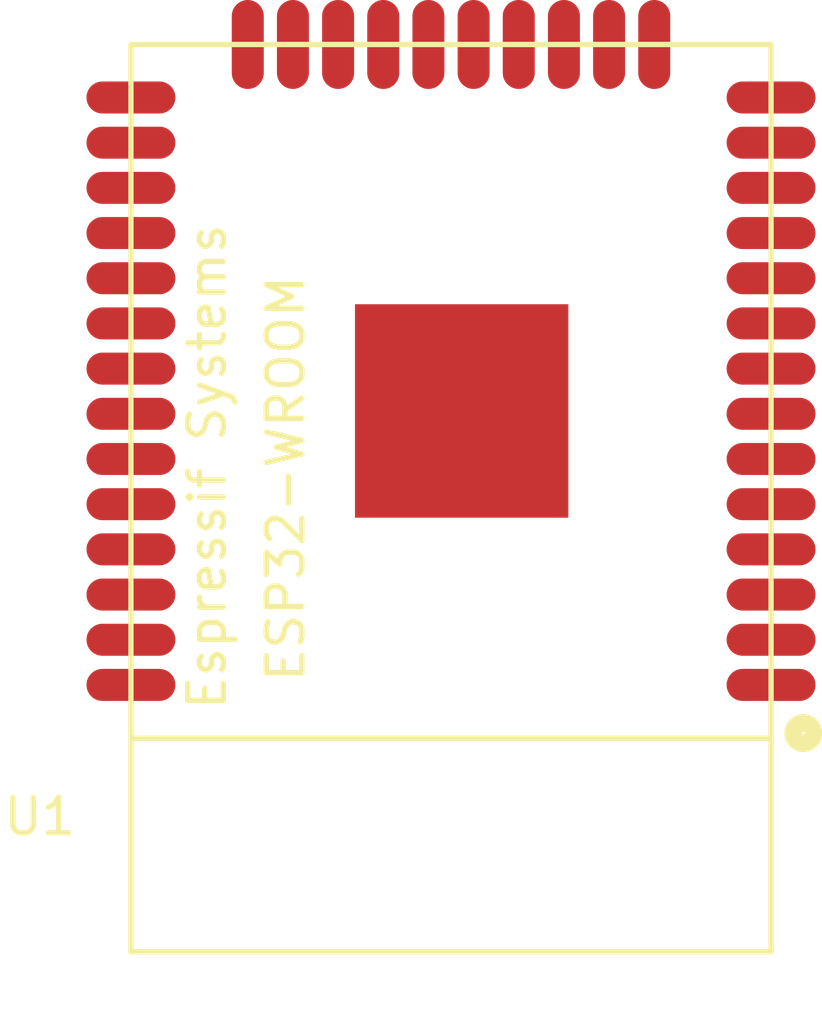
<source format=kicad_pcb>
(kicad_pcb (version 20171130) (host pcbnew 5.0.2-bee76a0~70~ubuntu16.04.1)

  (general
    (thickness 1.6)
    (drawings 0)
    (tracks 0)
    (zones 0)
    (modules 1)
    (nets 40)
  )

  (page A4)
  (layers
    (0 F.Cu signal)
    (31 B.Cu signal)
    (32 B.Adhes user)
    (33 F.Adhes user)
    (34 B.Paste user)
    (35 F.Paste user)
    (36 B.SilkS user)
    (37 F.SilkS user)
    (38 B.Mask user)
    (39 F.Mask user)
    (40 Dwgs.User user)
    (41 Cmts.User user)
    (42 Eco1.User user)
    (43 Eco2.User user)
    (44 Edge.Cuts user)
    (45 Margin user)
    (46 B.CrtYd user)
    (47 F.CrtYd user)
    (48 B.Fab user)
    (49 F.Fab user)
  )

  (setup
    (last_trace_width 0.25)
    (trace_clearance 0.2)
    (zone_clearance 0.508)
    (zone_45_only no)
    (trace_min 0.2)
    (segment_width 0.2)
    (edge_width 0.15)
    (via_size 0.8)
    (via_drill 0.4)
    (via_min_size 0.4)
    (via_min_drill 0.3)
    (uvia_size 0.3)
    (uvia_drill 0.1)
    (uvias_allowed no)
    (uvia_min_size 0.2)
    (uvia_min_drill 0.1)
    (pcb_text_width 0.3)
    (pcb_text_size 1.5 1.5)
    (mod_edge_width 0.15)
    (mod_text_size 1 1)
    (mod_text_width 0.15)
    (pad_size 1.524 1.524)
    (pad_drill 0.762)
    (pad_to_mask_clearance 0.051)
    (solder_mask_min_width 0.25)
    (aux_axis_origin 0 0)
    (visible_elements FFFFFF7F)
    (pcbplotparams
      (layerselection 0x010fc_ffffffff)
      (usegerberextensions false)
      (usegerberattributes false)
      (usegerberadvancedattributes false)
      (creategerberjobfile false)
      (excludeedgelayer true)
      (linewidth 0.100000)
      (plotframeref false)
      (viasonmask false)
      (mode 1)
      (useauxorigin false)
      (hpglpennumber 1)
      (hpglpenspeed 20)
      (hpglpendiameter 15.000000)
      (psnegative false)
      (psa4output false)
      (plotreference true)
      (plotvalue true)
      (plotinvisibletext false)
      (padsonsilk false)
      (subtractmaskfromsilk false)
      (outputformat 1)
      (mirror false)
      (drillshape 1)
      (scaleselection 1)
      (outputdirectory ""))
  )

  (net 0 "")
  (net 1 "Net-(U1-Pad38)")
  (net 2 "Net-(U1-Pad37)")
  (net 3 "Net-(U1-Pad36)")
  (net 4 "Net-(U1-Pad35)")
  (net 5 "Net-(U1-Pad34)")
  (net 6 "Net-(U1-Pad33)")
  (net 7 "Net-(U1-Pad32)")
  (net 8 "Net-(U1-Pad31)")
  (net 9 "Net-(U1-Pad30)")
  (net 10 "Net-(U1-Pad29)")
  (net 11 "Net-(U1-Pad28)")
  (net 12 "Net-(U1-Pad27)")
  (net 13 "Net-(U1-Pad26)")
  (net 14 "Net-(U1-Pad25)")
  (net 15 "Net-(U1-Pad24)")
  (net 16 "Net-(U1-Pad23)")
  (net 17 "Net-(U1-Pad22)")
  (net 18 "Net-(U1-Pad21)")
  (net 19 "Net-(U1-Pad20)")
  (net 20 "Net-(U1-Pad19)")
  (net 21 "Net-(U1-Pad18)")
  (net 22 "Net-(U1-Pad17)")
  (net 23 "Net-(U1-Pad16)")
  (net 24 "Net-(U1-Pad15)")
  (net 25 "Net-(U1-Pad14)")
  (net 26 "Net-(U1-Pad13)")
  (net 27 "Net-(U1-Pad12)")
  (net 28 "Net-(U1-Pad11)")
  (net 29 "Net-(U1-Pad10)")
  (net 30 "Net-(U1-Pad9)")
  (net 31 "Net-(U1-Pad8)")
  (net 32 "Net-(U1-Pad7)")
  (net 33 "Net-(U1-Pad6)")
  (net 34 "Net-(U1-Pad5)")
  (net 35 "Net-(U1-Pad4)")
  (net 36 "Net-(U1-Pad3)")
  (net 37 "Net-(U1-Pad2)")
  (net 38 "Net-(U1-Pad1)")
  (net 39 "Net-(U1-Pad39)")

  (net_class Default "This is the default net class."
    (clearance 0.2)
    (trace_width 0.25)
    (via_dia 0.8)
    (via_drill 0.4)
    (uvia_dia 0.3)
    (uvia_drill 0.1)
    (add_net "Net-(U1-Pad1)")
    (add_net "Net-(U1-Pad10)")
    (add_net "Net-(U1-Pad11)")
    (add_net "Net-(U1-Pad12)")
    (add_net "Net-(U1-Pad13)")
    (add_net "Net-(U1-Pad14)")
    (add_net "Net-(U1-Pad15)")
    (add_net "Net-(U1-Pad16)")
    (add_net "Net-(U1-Pad17)")
    (add_net "Net-(U1-Pad18)")
    (add_net "Net-(U1-Pad19)")
    (add_net "Net-(U1-Pad2)")
    (add_net "Net-(U1-Pad20)")
    (add_net "Net-(U1-Pad21)")
    (add_net "Net-(U1-Pad22)")
    (add_net "Net-(U1-Pad23)")
    (add_net "Net-(U1-Pad24)")
    (add_net "Net-(U1-Pad25)")
    (add_net "Net-(U1-Pad26)")
    (add_net "Net-(U1-Pad27)")
    (add_net "Net-(U1-Pad28)")
    (add_net "Net-(U1-Pad29)")
    (add_net "Net-(U1-Pad3)")
    (add_net "Net-(U1-Pad30)")
    (add_net "Net-(U1-Pad31)")
    (add_net "Net-(U1-Pad32)")
    (add_net "Net-(U1-Pad33)")
    (add_net "Net-(U1-Pad34)")
    (add_net "Net-(U1-Pad35)")
    (add_net "Net-(U1-Pad36)")
    (add_net "Net-(U1-Pad37)")
    (add_net "Net-(U1-Pad38)")
    (add_net "Net-(U1-Pad39)")
    (add_net "Net-(U1-Pad4)")
    (add_net "Net-(U1-Pad5)")
    (add_net "Net-(U1-Pad6)")
    (add_net "Net-(U1-Pad7)")
    (add_net "Net-(U1-Pad8)")
    (add_net "Net-(U1-Pad9)")
  )

  (module footprints-Lib:ESP32-WROOM-32-Espressif-Symbol-Kicad-62379 (layer F.Cu) (tedit 57D08EA8) (tstamp 5C6FCD2E)
    (at 184.15 82.55)
    (path /5C6D8467)
    (fp_text reference U1 (at -11.557 8.95) (layer F.SilkS)
      (effects (font (size 1 1) (thickness 0.15)))
    )
    (fp_text value ESP32-WROOM (at 0.6 13.95) (layer F.Fab)
      (effects (font (size 1 1) (thickness 0.15)))
    )
    (fp_text user "Espressif Systems" (at -6.858 -0.889 90) (layer F.SilkS)
      (effects (font (size 1 1) (thickness 0.15)))
    )
    (fp_circle (center 9.906 6.604) (end 10.033 6.858) (layer F.SilkS) (width 0.5))
    (fp_text user ESP32-WROOM (at -4.65 -0.55 90) (layer F.SilkS)
      (effects (font (size 1 1) (thickness 0.15)))
    )
    (fp_line (start -9 6.75) (end 9 6.75) (layer F.SilkS) (width 0.15))
    (fp_line (start 9 12.75) (end 9 -12.75) (layer F.SilkS) (width 0.15))
    (fp_line (start -9 12.75) (end -9 -12.75) (layer F.SilkS) (width 0.15))
    (fp_line (start -9 -12.75) (end 9 -12.75) (layer F.SilkS) (width 0.15))
    (fp_line (start -9 12.75) (end 9 12.75) (layer F.SilkS) (width 0.15))
    (pad 38 smd oval (at -9 5.25) (size 2.5 0.9) (layers F.Cu F.Paste F.Mask)
      (net 1 "Net-(U1-Pad38)"))
    (pad 37 smd oval (at -9 3.98) (size 2.5 0.9) (layers F.Cu F.Paste F.Mask)
      (net 2 "Net-(U1-Pad37)"))
    (pad 36 smd oval (at -9 2.71) (size 2.5 0.9) (layers F.Cu F.Paste F.Mask)
      (net 3 "Net-(U1-Pad36)"))
    (pad 35 smd oval (at -9 1.44) (size 2.5 0.9) (layers F.Cu F.Paste F.Mask)
      (net 4 "Net-(U1-Pad35)"))
    (pad 34 smd oval (at -9 0.17) (size 2.5 0.9) (layers F.Cu F.Paste F.Mask)
      (net 5 "Net-(U1-Pad34)"))
    (pad 33 smd oval (at -9 -1.1) (size 2.5 0.9) (layers F.Cu F.Paste F.Mask)
      (net 6 "Net-(U1-Pad33)"))
    (pad 32 smd oval (at -9 -2.37) (size 2.5 0.9) (layers F.Cu F.Paste F.Mask)
      (net 7 "Net-(U1-Pad32)"))
    (pad 31 smd oval (at -9 -3.64) (size 2.5 0.9) (layers F.Cu F.Paste F.Mask)
      (net 8 "Net-(U1-Pad31)"))
    (pad 30 smd oval (at -9 -4.91) (size 2.5 0.9) (layers F.Cu F.Paste F.Mask)
      (net 9 "Net-(U1-Pad30)"))
    (pad 29 smd oval (at -9 -6.18) (size 2.5 0.9) (layers F.Cu F.Paste F.Mask)
      (net 10 "Net-(U1-Pad29)"))
    (pad 28 smd oval (at -9 -7.45) (size 2.5 0.9) (layers F.Cu F.Paste F.Mask)
      (net 11 "Net-(U1-Pad28)"))
    (pad 27 smd oval (at -9 -8.72) (size 2.5 0.9) (layers F.Cu F.Paste F.Mask)
      (net 12 "Net-(U1-Pad27)"))
    (pad 26 smd oval (at -9 -9.99) (size 2.5 0.9) (layers F.Cu F.Paste F.Mask)
      (net 13 "Net-(U1-Pad26)"))
    (pad 25 smd oval (at -9 -11.26) (size 2.5 0.9) (layers F.Cu F.Paste F.Mask)
      (net 14 "Net-(U1-Pad25)"))
    (pad 24 smd oval (at -5.715 -12.75) (size 0.9 2.5) (layers F.Cu F.Paste F.Mask)
      (net 15 "Net-(U1-Pad24)"))
    (pad 23 smd oval (at -4.445 -12.75) (size 0.9 2.5) (layers F.Cu F.Paste F.Mask)
      (net 16 "Net-(U1-Pad23)"))
    (pad 22 smd oval (at -3.175 -12.75) (size 0.9 2.5) (layers F.Cu F.Paste F.Mask)
      (net 17 "Net-(U1-Pad22)"))
    (pad 21 smd oval (at -1.905 -12.75) (size 0.9 2.5) (layers F.Cu F.Paste F.Mask)
      (net 18 "Net-(U1-Pad21)"))
    (pad 20 smd oval (at -0.635 -12.75) (size 0.9 2.5) (layers F.Cu F.Paste F.Mask)
      (net 19 "Net-(U1-Pad20)"))
    (pad 19 smd oval (at 0.635 -12.75) (size 0.9 2.5) (layers F.Cu F.Paste F.Mask)
      (net 20 "Net-(U1-Pad19)"))
    (pad 18 smd oval (at 1.905 -12.75) (size 0.9 2.5) (layers F.Cu F.Paste F.Mask)
      (net 21 "Net-(U1-Pad18)"))
    (pad 17 smd oval (at 3.175 -12.75) (size 0.9 2.5) (layers F.Cu F.Paste F.Mask)
      (net 22 "Net-(U1-Pad17)"))
    (pad 16 smd oval (at 4.445 -12.75) (size 0.9 2.5) (layers F.Cu F.Paste F.Mask)
      (net 23 "Net-(U1-Pad16)"))
    (pad 15 smd oval (at 5.715 -12.75) (size 0.9 2.5) (layers F.Cu F.Paste F.Mask)
      (net 24 "Net-(U1-Pad15)"))
    (pad 14 smd oval (at 9 -11.26) (size 2.5 0.9) (layers F.Cu F.Paste F.Mask)
      (net 25 "Net-(U1-Pad14)"))
    (pad 13 smd oval (at 9 -9.99) (size 2.5 0.9) (layers F.Cu F.Paste F.Mask)
      (net 26 "Net-(U1-Pad13)"))
    (pad 12 smd oval (at 9 -8.72) (size 2.5 0.9) (layers F.Cu F.Paste F.Mask)
      (net 27 "Net-(U1-Pad12)"))
    (pad 11 smd oval (at 9 -7.45) (size 2.5 0.9) (layers F.Cu F.Paste F.Mask)
      (net 28 "Net-(U1-Pad11)"))
    (pad 10 smd oval (at 9 -6.18) (size 2.5 0.9) (layers F.Cu F.Paste F.Mask)
      (net 29 "Net-(U1-Pad10)"))
    (pad 9 smd oval (at 9 -4.91) (size 2.5 0.9) (layers F.Cu F.Paste F.Mask)
      (net 30 "Net-(U1-Pad9)"))
    (pad 8 smd oval (at 9 -3.64) (size 2.5 0.9) (layers F.Cu F.Paste F.Mask)
      (net 31 "Net-(U1-Pad8)"))
    (pad 7 smd oval (at 9 -2.37) (size 2.5 0.9) (layers F.Cu F.Paste F.Mask)
      (net 32 "Net-(U1-Pad7)"))
    (pad 6 smd oval (at 9 -1.1) (size 2.5 0.9) (layers F.Cu F.Paste F.Mask)
      (net 33 "Net-(U1-Pad6)"))
    (pad 5 smd oval (at 9 0.17) (size 2.5 0.9) (layers F.Cu F.Paste F.Mask)
      (net 34 "Net-(U1-Pad5)"))
    (pad 4 smd oval (at 9 1.44) (size 2.5 0.9) (layers F.Cu F.Paste F.Mask)
      (net 35 "Net-(U1-Pad4)"))
    (pad 3 smd oval (at 9 2.71) (size 2.5 0.9) (layers F.Cu F.Paste F.Mask)
      (net 36 "Net-(U1-Pad3)"))
    (pad 2 smd oval (at 9 3.98) (size 2.5 0.9) (layers F.Cu F.Paste F.Mask)
      (net 37 "Net-(U1-Pad2)"))
    (pad 1 smd oval (at 9 5.25) (size 2.5 0.9) (layers F.Cu F.Paste F.Mask)
      (net 38 "Net-(U1-Pad1)"))
    (pad 39 smd rect (at 0.3 -2.45) (size 6 6) (layers F.Cu F.Paste F.Mask)
      (net 39 "Net-(U1-Pad39)"))
  )

)

</source>
